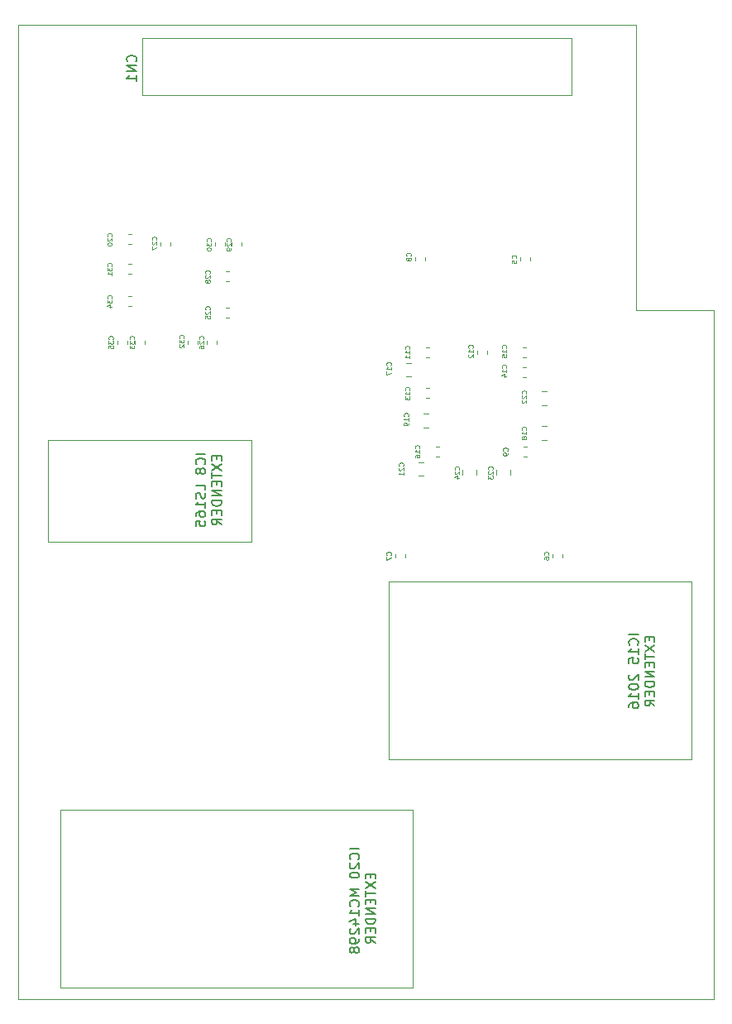
<source format=gbr>
G04 #@! TF.GenerationSoftware,KiCad,Pcbnew,(5.1.2-1)-1*
G04 #@! TF.CreationDate,2020-07-05T10:41:52+01:00*
G04 #@! TF.ProjectId,MZ80-80CLR,4d5a3830-2d38-4304-934c-522e6b696361,rev?*
G04 #@! TF.SameCoordinates,Original*
G04 #@! TF.FileFunction,Legend,Bot*
G04 #@! TF.FilePolarity,Positive*
%FSLAX46Y46*%
G04 Gerber Fmt 4.6, Leading zero omitted, Abs format (unit mm)*
G04 Created by KiCad (PCBNEW (5.1.2-1)-1) date 2020-07-05 10:41:52*
%MOMM*%
%LPD*%
G04 APERTURE LIST*
%ADD10C,0.120000*%
%ADD11C,0.150000*%
%ADD12C,0.100000*%
G04 APERTURE END LIST*
D10*
X70612000Y-132874000D02*
X70612000Y-33131000D01*
X141859000Y-132874000D02*
X70612000Y-132874000D01*
X141859000Y-62357000D02*
X141859000Y-132874000D01*
X133858000Y-62357000D02*
X141859000Y-62357000D01*
X133858000Y-33131000D02*
X133858000Y-62357000D01*
X70612000Y-33131000D02*
X133858000Y-33131000D01*
D11*
X105545380Y-117523285D02*
X104545380Y-117523285D01*
X105450142Y-118570904D02*
X105497761Y-118523285D01*
X105545380Y-118380428D01*
X105545380Y-118285190D01*
X105497761Y-118142333D01*
X105402523Y-118047095D01*
X105307285Y-117999476D01*
X105116809Y-117951857D01*
X104973952Y-117951857D01*
X104783476Y-117999476D01*
X104688238Y-118047095D01*
X104593000Y-118142333D01*
X104545380Y-118285190D01*
X104545380Y-118380428D01*
X104593000Y-118523285D01*
X104640619Y-118570904D01*
X104640619Y-118951857D02*
X104593000Y-118999476D01*
X104545380Y-119094714D01*
X104545380Y-119332809D01*
X104593000Y-119428047D01*
X104640619Y-119475666D01*
X104735857Y-119523285D01*
X104831095Y-119523285D01*
X104973952Y-119475666D01*
X105545380Y-118904238D01*
X105545380Y-119523285D01*
X104545380Y-120142333D02*
X104545380Y-120237571D01*
X104593000Y-120332809D01*
X104640619Y-120380428D01*
X104735857Y-120428047D01*
X104926333Y-120475666D01*
X105164428Y-120475666D01*
X105354904Y-120428047D01*
X105450142Y-120380428D01*
X105497761Y-120332809D01*
X105545380Y-120237571D01*
X105545380Y-120142333D01*
X105497761Y-120047095D01*
X105450142Y-119999476D01*
X105354904Y-119951857D01*
X105164428Y-119904238D01*
X104926333Y-119904238D01*
X104735857Y-119951857D01*
X104640619Y-119999476D01*
X104593000Y-120047095D01*
X104545380Y-120142333D01*
X105545380Y-121666142D02*
X104545380Y-121666142D01*
X105259666Y-121999476D01*
X104545380Y-122332809D01*
X105545380Y-122332809D01*
X105450142Y-123380428D02*
X105497761Y-123332809D01*
X105545380Y-123189952D01*
X105545380Y-123094714D01*
X105497761Y-122951857D01*
X105402523Y-122856619D01*
X105307285Y-122809000D01*
X105116809Y-122761380D01*
X104973952Y-122761380D01*
X104783476Y-122809000D01*
X104688238Y-122856619D01*
X104593000Y-122951857D01*
X104545380Y-123094714D01*
X104545380Y-123189952D01*
X104593000Y-123332809D01*
X104640619Y-123380428D01*
X105545380Y-124332809D02*
X105545380Y-123761380D01*
X105545380Y-124047095D02*
X104545380Y-124047095D01*
X104688238Y-123951857D01*
X104783476Y-123856619D01*
X104831095Y-123761380D01*
X104878714Y-125189952D02*
X105545380Y-125189952D01*
X104497761Y-124951857D02*
X105212047Y-124713761D01*
X105212047Y-125332809D01*
X104640619Y-125666142D02*
X104593000Y-125713761D01*
X104545380Y-125809000D01*
X104545380Y-126047095D01*
X104593000Y-126142333D01*
X104640619Y-126189952D01*
X104735857Y-126237571D01*
X104831095Y-126237571D01*
X104973952Y-126189952D01*
X105545380Y-125618523D01*
X105545380Y-126237571D01*
X105545380Y-126713761D02*
X105545380Y-126904238D01*
X105497761Y-126999476D01*
X105450142Y-127047095D01*
X105307285Y-127142333D01*
X105116809Y-127189952D01*
X104735857Y-127189952D01*
X104640619Y-127142333D01*
X104593000Y-127094714D01*
X104545380Y-126999476D01*
X104545380Y-126809000D01*
X104593000Y-126713761D01*
X104640619Y-126666142D01*
X104735857Y-126618523D01*
X104973952Y-126618523D01*
X105069190Y-126666142D01*
X105116809Y-126713761D01*
X105164428Y-126809000D01*
X105164428Y-126999476D01*
X105116809Y-127094714D01*
X105069190Y-127142333D01*
X104973952Y-127189952D01*
X104973952Y-127761380D02*
X104926333Y-127666142D01*
X104878714Y-127618523D01*
X104783476Y-127570904D01*
X104735857Y-127570904D01*
X104640619Y-127618523D01*
X104593000Y-127666142D01*
X104545380Y-127761380D01*
X104545380Y-127951857D01*
X104593000Y-128047095D01*
X104640619Y-128094714D01*
X104735857Y-128142333D01*
X104783476Y-128142333D01*
X104878714Y-128094714D01*
X104926333Y-128047095D01*
X104973952Y-127951857D01*
X104973952Y-127761380D01*
X105021571Y-127666142D01*
X105069190Y-127618523D01*
X105164428Y-127570904D01*
X105354904Y-127570904D01*
X105450142Y-127618523D01*
X105497761Y-127666142D01*
X105545380Y-127761380D01*
X105545380Y-127951857D01*
X105497761Y-128047095D01*
X105450142Y-128094714D01*
X105354904Y-128142333D01*
X105164428Y-128142333D01*
X105069190Y-128094714D01*
X105021571Y-128047095D01*
X104973952Y-127951857D01*
X106671571Y-120070904D02*
X106671571Y-120404238D01*
X107195380Y-120547095D02*
X107195380Y-120070904D01*
X106195380Y-120070904D01*
X106195380Y-120547095D01*
X106195380Y-120880428D02*
X107195380Y-121547095D01*
X106195380Y-121547095D02*
X107195380Y-120880428D01*
X106195380Y-121785190D02*
X106195380Y-122356619D01*
X107195380Y-122070904D02*
X106195380Y-122070904D01*
X106671571Y-122689952D02*
X106671571Y-123023285D01*
X107195380Y-123166142D02*
X107195380Y-122689952D01*
X106195380Y-122689952D01*
X106195380Y-123166142D01*
X107195380Y-123594714D02*
X106195380Y-123594714D01*
X107195380Y-124166142D01*
X106195380Y-124166142D01*
X107195380Y-124642333D02*
X106195380Y-124642333D01*
X106195380Y-124880428D01*
X106243000Y-125023285D01*
X106338238Y-125118523D01*
X106433476Y-125166142D01*
X106623952Y-125213761D01*
X106766809Y-125213761D01*
X106957285Y-125166142D01*
X107052523Y-125118523D01*
X107147761Y-125023285D01*
X107195380Y-124880428D01*
X107195380Y-124642333D01*
X106671571Y-125642333D02*
X106671571Y-125975666D01*
X107195380Y-126118523D02*
X107195380Y-125642333D01*
X106195380Y-125642333D01*
X106195380Y-126118523D01*
X107195380Y-127118523D02*
X106719190Y-126785190D01*
X107195380Y-126547095D02*
X106195380Y-126547095D01*
X106195380Y-126928047D01*
X106243000Y-127023285D01*
X106290619Y-127070904D01*
X106385857Y-127118523D01*
X106528714Y-127118523D01*
X106623952Y-127070904D01*
X106671571Y-127023285D01*
X106719190Y-126928047D01*
X106719190Y-126547095D01*
D10*
X127254000Y-40386000D02*
X127254000Y-34544000D01*
X83312000Y-40386000D02*
X127254000Y-40386000D01*
X83312000Y-34544000D02*
X83312000Y-40386000D01*
X127254000Y-34544000D02*
X83312000Y-34544000D01*
D11*
X82653142Y-36901523D02*
X82700761Y-36853904D01*
X82748380Y-36711047D01*
X82748380Y-36615809D01*
X82700761Y-36472952D01*
X82605523Y-36377714D01*
X82510285Y-36330095D01*
X82319809Y-36282476D01*
X82176952Y-36282476D01*
X81986476Y-36330095D01*
X81891238Y-36377714D01*
X81796000Y-36472952D01*
X81748380Y-36615809D01*
X81748380Y-36711047D01*
X81796000Y-36853904D01*
X81843619Y-36901523D01*
X82748380Y-37330095D02*
X81748380Y-37330095D01*
X82748380Y-37901523D01*
X81748380Y-37901523D01*
X82748380Y-38901523D02*
X82748380Y-38330095D01*
X82748380Y-38615809D02*
X81748380Y-38615809D01*
X81891238Y-38520571D01*
X81986476Y-38425333D01*
X82034095Y-38330095D01*
X89797380Y-77105333D02*
X88797380Y-77105333D01*
X89702142Y-78152952D02*
X89749761Y-78105333D01*
X89797380Y-77962476D01*
X89797380Y-77867238D01*
X89749761Y-77724380D01*
X89654523Y-77629142D01*
X89559285Y-77581523D01*
X89368809Y-77533904D01*
X89225952Y-77533904D01*
X89035476Y-77581523D01*
X88940238Y-77629142D01*
X88845000Y-77724380D01*
X88797380Y-77867238D01*
X88797380Y-77962476D01*
X88845000Y-78105333D01*
X88892619Y-78152952D01*
X89225952Y-78724380D02*
X89178333Y-78629142D01*
X89130714Y-78581523D01*
X89035476Y-78533904D01*
X88987857Y-78533904D01*
X88892619Y-78581523D01*
X88845000Y-78629142D01*
X88797380Y-78724380D01*
X88797380Y-78914857D01*
X88845000Y-79010095D01*
X88892619Y-79057714D01*
X88987857Y-79105333D01*
X89035476Y-79105333D01*
X89130714Y-79057714D01*
X89178333Y-79010095D01*
X89225952Y-78914857D01*
X89225952Y-78724380D01*
X89273571Y-78629142D01*
X89321190Y-78581523D01*
X89416428Y-78533904D01*
X89606904Y-78533904D01*
X89702142Y-78581523D01*
X89749761Y-78629142D01*
X89797380Y-78724380D01*
X89797380Y-78914857D01*
X89749761Y-79010095D01*
X89702142Y-79057714D01*
X89606904Y-79105333D01*
X89416428Y-79105333D01*
X89321190Y-79057714D01*
X89273571Y-79010095D01*
X89225952Y-78914857D01*
X89797380Y-80772000D02*
X89797380Y-80295809D01*
X88797380Y-80295809D01*
X89749761Y-81057714D02*
X89797380Y-81200571D01*
X89797380Y-81438666D01*
X89749761Y-81533904D01*
X89702142Y-81581523D01*
X89606904Y-81629142D01*
X89511666Y-81629142D01*
X89416428Y-81581523D01*
X89368809Y-81533904D01*
X89321190Y-81438666D01*
X89273571Y-81248190D01*
X89225952Y-81152952D01*
X89178333Y-81105333D01*
X89083095Y-81057714D01*
X88987857Y-81057714D01*
X88892619Y-81105333D01*
X88845000Y-81152952D01*
X88797380Y-81248190D01*
X88797380Y-81486285D01*
X88845000Y-81629142D01*
X89797380Y-82581523D02*
X89797380Y-82010095D01*
X89797380Y-82295809D02*
X88797380Y-82295809D01*
X88940238Y-82200571D01*
X89035476Y-82105333D01*
X89083095Y-82010095D01*
X88797380Y-83438666D02*
X88797380Y-83248190D01*
X88845000Y-83152952D01*
X88892619Y-83105333D01*
X89035476Y-83010095D01*
X89225952Y-82962476D01*
X89606904Y-82962476D01*
X89702142Y-83010095D01*
X89749761Y-83057714D01*
X89797380Y-83152952D01*
X89797380Y-83343428D01*
X89749761Y-83438666D01*
X89702142Y-83486285D01*
X89606904Y-83533904D01*
X89368809Y-83533904D01*
X89273571Y-83486285D01*
X89225952Y-83438666D01*
X89178333Y-83343428D01*
X89178333Y-83152952D01*
X89225952Y-83057714D01*
X89273571Y-83010095D01*
X89368809Y-82962476D01*
X88797380Y-84438666D02*
X88797380Y-83962476D01*
X89273571Y-83914857D01*
X89225952Y-83962476D01*
X89178333Y-84057714D01*
X89178333Y-84295809D01*
X89225952Y-84391047D01*
X89273571Y-84438666D01*
X89368809Y-84486285D01*
X89606904Y-84486285D01*
X89702142Y-84438666D01*
X89749761Y-84391047D01*
X89797380Y-84295809D01*
X89797380Y-84057714D01*
X89749761Y-83962476D01*
X89702142Y-83914857D01*
X90923571Y-77272000D02*
X90923571Y-77605333D01*
X91447380Y-77748190D02*
X91447380Y-77272000D01*
X90447380Y-77272000D01*
X90447380Y-77748190D01*
X90447380Y-78081523D02*
X91447380Y-78748190D01*
X90447380Y-78748190D02*
X91447380Y-78081523D01*
X90447380Y-78986285D02*
X90447380Y-79557714D01*
X91447380Y-79272000D02*
X90447380Y-79272000D01*
X90923571Y-79891047D02*
X90923571Y-80224380D01*
X91447380Y-80367238D02*
X91447380Y-79891047D01*
X90447380Y-79891047D01*
X90447380Y-80367238D01*
X91447380Y-80795809D02*
X90447380Y-80795809D01*
X91447380Y-81367238D01*
X90447380Y-81367238D01*
X91447380Y-81843428D02*
X90447380Y-81843428D01*
X90447380Y-82081523D01*
X90495000Y-82224380D01*
X90590238Y-82319619D01*
X90685476Y-82367238D01*
X90875952Y-82414857D01*
X91018809Y-82414857D01*
X91209285Y-82367238D01*
X91304523Y-82319619D01*
X91399761Y-82224380D01*
X91447380Y-82081523D01*
X91447380Y-81843428D01*
X90923571Y-82843428D02*
X90923571Y-83176761D01*
X91447380Y-83319619D02*
X91447380Y-82843428D01*
X90447380Y-82843428D01*
X90447380Y-83319619D01*
X91447380Y-84319619D02*
X90971190Y-83986285D01*
X91447380Y-83748190D02*
X90447380Y-83748190D01*
X90447380Y-84129142D01*
X90495000Y-84224380D01*
X90542619Y-84272000D01*
X90637857Y-84319619D01*
X90780714Y-84319619D01*
X90875952Y-84272000D01*
X90923571Y-84224380D01*
X90971190Y-84129142D01*
X90971190Y-83748190D01*
X134120380Y-95575904D02*
X133120380Y-95575904D01*
X134025142Y-96623523D02*
X134072761Y-96575904D01*
X134120380Y-96433047D01*
X134120380Y-96337809D01*
X134072761Y-96194952D01*
X133977523Y-96099714D01*
X133882285Y-96052095D01*
X133691809Y-96004476D01*
X133548952Y-96004476D01*
X133358476Y-96052095D01*
X133263238Y-96099714D01*
X133168000Y-96194952D01*
X133120380Y-96337809D01*
X133120380Y-96433047D01*
X133168000Y-96575904D01*
X133215619Y-96623523D01*
X134120380Y-97575904D02*
X134120380Y-97004476D01*
X134120380Y-97290190D02*
X133120380Y-97290190D01*
X133263238Y-97194952D01*
X133358476Y-97099714D01*
X133406095Y-97004476D01*
X133120380Y-98480666D02*
X133120380Y-98004476D01*
X133596571Y-97956857D01*
X133548952Y-98004476D01*
X133501333Y-98099714D01*
X133501333Y-98337809D01*
X133548952Y-98433047D01*
X133596571Y-98480666D01*
X133691809Y-98528285D01*
X133929904Y-98528285D01*
X134025142Y-98480666D01*
X134072761Y-98433047D01*
X134120380Y-98337809D01*
X134120380Y-98099714D01*
X134072761Y-98004476D01*
X134025142Y-97956857D01*
X133215619Y-99671142D02*
X133168000Y-99718761D01*
X133120380Y-99814000D01*
X133120380Y-100052095D01*
X133168000Y-100147333D01*
X133215619Y-100194952D01*
X133310857Y-100242571D01*
X133406095Y-100242571D01*
X133548952Y-100194952D01*
X134120380Y-99623523D01*
X134120380Y-100242571D01*
X133120380Y-100861619D02*
X133120380Y-100956857D01*
X133168000Y-101052095D01*
X133215619Y-101099714D01*
X133310857Y-101147333D01*
X133501333Y-101194952D01*
X133739428Y-101194952D01*
X133929904Y-101147333D01*
X134025142Y-101099714D01*
X134072761Y-101052095D01*
X134120380Y-100956857D01*
X134120380Y-100861619D01*
X134072761Y-100766380D01*
X134025142Y-100718761D01*
X133929904Y-100671142D01*
X133739428Y-100623523D01*
X133501333Y-100623523D01*
X133310857Y-100671142D01*
X133215619Y-100718761D01*
X133168000Y-100766380D01*
X133120380Y-100861619D01*
X134120380Y-102147333D02*
X134120380Y-101575904D01*
X134120380Y-101861619D02*
X133120380Y-101861619D01*
X133263238Y-101766380D01*
X133358476Y-101671142D01*
X133406095Y-101575904D01*
X133120380Y-103004476D02*
X133120380Y-102814000D01*
X133168000Y-102718761D01*
X133215619Y-102671142D01*
X133358476Y-102575904D01*
X133548952Y-102528285D01*
X133929904Y-102528285D01*
X134025142Y-102575904D01*
X134072761Y-102623523D01*
X134120380Y-102718761D01*
X134120380Y-102909238D01*
X134072761Y-103004476D01*
X134025142Y-103052095D01*
X133929904Y-103099714D01*
X133691809Y-103099714D01*
X133596571Y-103052095D01*
X133548952Y-103004476D01*
X133501333Y-102909238D01*
X133501333Y-102718761D01*
X133548952Y-102623523D01*
X133596571Y-102575904D01*
X133691809Y-102528285D01*
X135246571Y-95814000D02*
X135246571Y-96147333D01*
X135770380Y-96290190D02*
X135770380Y-95814000D01*
X134770380Y-95814000D01*
X134770380Y-96290190D01*
X134770380Y-96623523D02*
X135770380Y-97290190D01*
X134770380Y-97290190D02*
X135770380Y-96623523D01*
X134770380Y-97528285D02*
X134770380Y-98099714D01*
X135770380Y-97814000D02*
X134770380Y-97814000D01*
X135246571Y-98433047D02*
X135246571Y-98766380D01*
X135770380Y-98909238D02*
X135770380Y-98433047D01*
X134770380Y-98433047D01*
X134770380Y-98909238D01*
X135770380Y-99337809D02*
X134770380Y-99337809D01*
X135770380Y-99909238D01*
X134770380Y-99909238D01*
X135770380Y-100385428D02*
X134770380Y-100385428D01*
X134770380Y-100623523D01*
X134818000Y-100766380D01*
X134913238Y-100861619D01*
X135008476Y-100909238D01*
X135198952Y-100956857D01*
X135341809Y-100956857D01*
X135532285Y-100909238D01*
X135627523Y-100861619D01*
X135722761Y-100766380D01*
X135770380Y-100623523D01*
X135770380Y-100385428D01*
X135246571Y-101385428D02*
X135246571Y-101718761D01*
X135770380Y-101861619D02*
X135770380Y-101385428D01*
X134770380Y-101385428D01*
X134770380Y-101861619D01*
X135770380Y-102861619D02*
X135294190Y-102528285D01*
X135770380Y-102290190D02*
X134770380Y-102290190D01*
X134770380Y-102671142D01*
X134818000Y-102766380D01*
X134865619Y-102814000D01*
X134960857Y-102861619D01*
X135103714Y-102861619D01*
X135198952Y-102814000D01*
X135246571Y-102766380D01*
X135294190Y-102671142D01*
X135294190Y-102290190D01*
D10*
X94488000Y-86106000D02*
X94488000Y-75692000D01*
X73660000Y-86106000D02*
X94488000Y-86106000D01*
X73660000Y-75692000D02*
X73660000Y-86106000D01*
X94488000Y-75692000D02*
X73660000Y-75692000D01*
X139573000Y-108331000D02*
X139573000Y-90170000D01*
X108585000Y-108331000D02*
X139573000Y-108331000D01*
X108585000Y-90170000D02*
X108585000Y-108331000D01*
X139573000Y-90170000D02*
X108585000Y-90170000D01*
X110998000Y-131699000D02*
X110998000Y-113538000D01*
X74930000Y-131699000D02*
X110998000Y-131699000D01*
X74930000Y-113538000D02*
X74930000Y-131699000D01*
X110998000Y-113538000D02*
X74930000Y-113538000D01*
X116130000Y-79252578D02*
X116130000Y-78735422D01*
X117550000Y-79252578D02*
X117550000Y-78735422D01*
X119559000Y-79252578D02*
X119559000Y-78735422D01*
X120979000Y-79252578D02*
X120979000Y-78735422D01*
X124718578Y-72084000D02*
X124201422Y-72084000D01*
X124718578Y-70664000D02*
X124201422Y-70664000D01*
X111628422Y-77903000D02*
X112145578Y-77903000D01*
X111628422Y-79323000D02*
X112145578Y-79323000D01*
X124718578Y-75640000D02*
X124201422Y-75640000D01*
X124718578Y-74220000D02*
X124201422Y-74220000D01*
X112136422Y-72950000D02*
X112653578Y-72950000D01*
X112136422Y-74370000D02*
X112653578Y-74370000D01*
X110358422Y-67743000D02*
X110875578Y-67743000D01*
X110358422Y-69163000D02*
X110875578Y-69163000D01*
X80770000Y-65830267D02*
X80770000Y-65487733D01*
X81790000Y-65830267D02*
X81790000Y-65487733D01*
X81870733Y-60958000D02*
X82213267Y-60958000D01*
X81870733Y-61978000D02*
X82213267Y-61978000D01*
X82548000Y-65830267D02*
X82548000Y-65487733D01*
X83568000Y-65830267D02*
X83568000Y-65487733D01*
X88009000Y-65830267D02*
X88009000Y-65487733D01*
X89029000Y-65830267D02*
X89029000Y-65487733D01*
X81870733Y-57656000D02*
X82213267Y-57656000D01*
X81870733Y-58676000D02*
X82213267Y-58676000D01*
X91823000Y-55454733D02*
X91823000Y-55797267D01*
X90803000Y-55454733D02*
X90803000Y-55797267D01*
X93474000Y-55454733D02*
X93474000Y-55797267D01*
X92454000Y-55454733D02*
X92454000Y-55797267D01*
X92246267Y-59438000D02*
X91903733Y-59438000D01*
X92246267Y-58418000D02*
X91903733Y-58418000D01*
X86235000Y-55454733D02*
X86235000Y-55797267D01*
X85215000Y-55454733D02*
X85215000Y-55797267D01*
X89914000Y-65830267D02*
X89914000Y-65487733D01*
X90934000Y-65830267D02*
X90934000Y-65487733D01*
X92246267Y-63121000D02*
X91903733Y-63121000D01*
X92246267Y-62101000D02*
X91903733Y-62101000D01*
X81870733Y-54608000D02*
X82213267Y-54608000D01*
X81870733Y-55628000D02*
X82213267Y-55628000D01*
X113366733Y-76325000D02*
X113709267Y-76325000D01*
X113366733Y-77345000D02*
X113709267Y-77345000D01*
X122599267Y-67185000D02*
X122256733Y-67185000D01*
X122599267Y-66165000D02*
X122256733Y-66165000D01*
X122599267Y-69217000D02*
X122256733Y-69217000D01*
X122599267Y-68197000D02*
X122256733Y-68197000D01*
X112350733Y-70356000D02*
X112693267Y-70356000D01*
X112350733Y-71376000D02*
X112693267Y-71376000D01*
X117600000Y-66503733D02*
X117600000Y-66846267D01*
X118620000Y-66503733D02*
X118620000Y-66846267D01*
X112350733Y-66165000D02*
X112693267Y-66165000D01*
X112350733Y-67185000D02*
X112693267Y-67185000D01*
X122726267Y-77345000D02*
X122383733Y-77345000D01*
X122726267Y-76325000D02*
X122383733Y-76325000D01*
X111250000Y-57321267D02*
X111250000Y-56978733D01*
X112270000Y-57321267D02*
X112270000Y-56978733D01*
X110238000Y-87331733D02*
X110238000Y-87674267D01*
X109218000Y-87331733D02*
X109218000Y-87674267D01*
X126367000Y-87331733D02*
X126367000Y-87674267D01*
X125347000Y-87331733D02*
X125347000Y-87674267D01*
X122045000Y-57321267D02*
X122045000Y-56978733D01*
X123065000Y-57321267D02*
X123065000Y-56978733D01*
D12*
X115748571Y-78672571D02*
X115772380Y-78648761D01*
X115796190Y-78577333D01*
X115796190Y-78529714D01*
X115772380Y-78458285D01*
X115724761Y-78410666D01*
X115677142Y-78386857D01*
X115581904Y-78363047D01*
X115510476Y-78363047D01*
X115415238Y-78386857D01*
X115367619Y-78410666D01*
X115320000Y-78458285D01*
X115296190Y-78529714D01*
X115296190Y-78577333D01*
X115320000Y-78648761D01*
X115343809Y-78672571D01*
X115343809Y-78863047D02*
X115320000Y-78886857D01*
X115296190Y-78934476D01*
X115296190Y-79053523D01*
X115320000Y-79101142D01*
X115343809Y-79124952D01*
X115391428Y-79148761D01*
X115439047Y-79148761D01*
X115510476Y-79124952D01*
X115796190Y-78839238D01*
X115796190Y-79148761D01*
X115462857Y-79577333D02*
X115796190Y-79577333D01*
X115272380Y-79458285D02*
X115629523Y-79339238D01*
X115629523Y-79648761D01*
X119177571Y-78672571D02*
X119201380Y-78648761D01*
X119225190Y-78577333D01*
X119225190Y-78529714D01*
X119201380Y-78458285D01*
X119153761Y-78410666D01*
X119106142Y-78386857D01*
X119010904Y-78363047D01*
X118939476Y-78363047D01*
X118844238Y-78386857D01*
X118796619Y-78410666D01*
X118749000Y-78458285D01*
X118725190Y-78529714D01*
X118725190Y-78577333D01*
X118749000Y-78648761D01*
X118772809Y-78672571D01*
X118772809Y-78863047D02*
X118749000Y-78886857D01*
X118725190Y-78934476D01*
X118725190Y-79053523D01*
X118749000Y-79101142D01*
X118772809Y-79124952D01*
X118820428Y-79148761D01*
X118868047Y-79148761D01*
X118939476Y-79124952D01*
X119225190Y-78839238D01*
X119225190Y-79148761D01*
X118725190Y-79315428D02*
X118725190Y-79624952D01*
X118915666Y-79458285D01*
X118915666Y-79529714D01*
X118939476Y-79577333D01*
X118963285Y-79601142D01*
X119010904Y-79624952D01*
X119129952Y-79624952D01*
X119177571Y-79601142D01*
X119201380Y-79577333D01*
X119225190Y-79529714D01*
X119225190Y-79386857D01*
X119201380Y-79339238D01*
X119177571Y-79315428D01*
X122606571Y-70925571D02*
X122630380Y-70901761D01*
X122654190Y-70830333D01*
X122654190Y-70782714D01*
X122630380Y-70711285D01*
X122582761Y-70663666D01*
X122535142Y-70639857D01*
X122439904Y-70616047D01*
X122368476Y-70616047D01*
X122273238Y-70639857D01*
X122225619Y-70663666D01*
X122178000Y-70711285D01*
X122154190Y-70782714D01*
X122154190Y-70830333D01*
X122178000Y-70901761D01*
X122201809Y-70925571D01*
X122201809Y-71116047D02*
X122178000Y-71139857D01*
X122154190Y-71187476D01*
X122154190Y-71306523D01*
X122178000Y-71354142D01*
X122201809Y-71377952D01*
X122249428Y-71401761D01*
X122297047Y-71401761D01*
X122368476Y-71377952D01*
X122654190Y-71092238D01*
X122654190Y-71401761D01*
X122201809Y-71592238D02*
X122178000Y-71616047D01*
X122154190Y-71663666D01*
X122154190Y-71782714D01*
X122178000Y-71830333D01*
X122201809Y-71854142D01*
X122249428Y-71877952D01*
X122297047Y-71877952D01*
X122368476Y-71854142D01*
X122654190Y-71568428D01*
X122654190Y-71877952D01*
X110033571Y-78291571D02*
X110057380Y-78267761D01*
X110081190Y-78196333D01*
X110081190Y-78148714D01*
X110057380Y-78077285D01*
X110009761Y-78029666D01*
X109962142Y-78005857D01*
X109866904Y-77982047D01*
X109795476Y-77982047D01*
X109700238Y-78005857D01*
X109652619Y-78029666D01*
X109605000Y-78077285D01*
X109581190Y-78148714D01*
X109581190Y-78196333D01*
X109605000Y-78267761D01*
X109628809Y-78291571D01*
X109628809Y-78482047D02*
X109605000Y-78505857D01*
X109581190Y-78553476D01*
X109581190Y-78672523D01*
X109605000Y-78720142D01*
X109628809Y-78743952D01*
X109676428Y-78767761D01*
X109724047Y-78767761D01*
X109795476Y-78743952D01*
X110081190Y-78458238D01*
X110081190Y-78767761D01*
X110081190Y-79243952D02*
X110081190Y-78958238D01*
X110081190Y-79101095D02*
X109581190Y-79101095D01*
X109652619Y-79053476D01*
X109700238Y-79005857D01*
X109724047Y-78958238D01*
X122606571Y-74608571D02*
X122630380Y-74584761D01*
X122654190Y-74513333D01*
X122654190Y-74465714D01*
X122630380Y-74394285D01*
X122582761Y-74346666D01*
X122535142Y-74322857D01*
X122439904Y-74299047D01*
X122368476Y-74299047D01*
X122273238Y-74322857D01*
X122225619Y-74346666D01*
X122178000Y-74394285D01*
X122154190Y-74465714D01*
X122154190Y-74513333D01*
X122178000Y-74584761D01*
X122201809Y-74608571D01*
X122654190Y-75084761D02*
X122654190Y-74799047D01*
X122654190Y-74941904D02*
X122154190Y-74941904D01*
X122225619Y-74894285D01*
X122273238Y-74846666D01*
X122297047Y-74799047D01*
X122368476Y-75370476D02*
X122344666Y-75322857D01*
X122320857Y-75299047D01*
X122273238Y-75275238D01*
X122249428Y-75275238D01*
X122201809Y-75299047D01*
X122178000Y-75322857D01*
X122154190Y-75370476D01*
X122154190Y-75465714D01*
X122178000Y-75513333D01*
X122201809Y-75537142D01*
X122249428Y-75560952D01*
X122273238Y-75560952D01*
X122320857Y-75537142D01*
X122344666Y-75513333D01*
X122368476Y-75465714D01*
X122368476Y-75370476D01*
X122392285Y-75322857D01*
X122416095Y-75299047D01*
X122463714Y-75275238D01*
X122558952Y-75275238D01*
X122606571Y-75299047D01*
X122630380Y-75322857D01*
X122654190Y-75370476D01*
X122654190Y-75465714D01*
X122630380Y-75513333D01*
X122606571Y-75537142D01*
X122558952Y-75560952D01*
X122463714Y-75560952D01*
X122416095Y-75537142D01*
X122392285Y-75513333D01*
X122368476Y-75465714D01*
X110541571Y-73211571D02*
X110565380Y-73187761D01*
X110589190Y-73116333D01*
X110589190Y-73068714D01*
X110565380Y-72997285D01*
X110517761Y-72949666D01*
X110470142Y-72925857D01*
X110374904Y-72902047D01*
X110303476Y-72902047D01*
X110208238Y-72925857D01*
X110160619Y-72949666D01*
X110113000Y-72997285D01*
X110089190Y-73068714D01*
X110089190Y-73116333D01*
X110113000Y-73187761D01*
X110136809Y-73211571D01*
X110589190Y-73687761D02*
X110589190Y-73402047D01*
X110589190Y-73544904D02*
X110089190Y-73544904D01*
X110160619Y-73497285D01*
X110208238Y-73449666D01*
X110232047Y-73402047D01*
X110589190Y-73925857D02*
X110589190Y-74021095D01*
X110565380Y-74068714D01*
X110541571Y-74092523D01*
X110470142Y-74140142D01*
X110374904Y-74163952D01*
X110184428Y-74163952D01*
X110136809Y-74140142D01*
X110113000Y-74116333D01*
X110089190Y-74068714D01*
X110089190Y-73973476D01*
X110113000Y-73925857D01*
X110136809Y-73902047D01*
X110184428Y-73878238D01*
X110303476Y-73878238D01*
X110351095Y-73902047D01*
X110374904Y-73925857D01*
X110398714Y-73973476D01*
X110398714Y-74068714D01*
X110374904Y-74116333D01*
X110351095Y-74140142D01*
X110303476Y-74163952D01*
X108763571Y-68004571D02*
X108787380Y-67980761D01*
X108811190Y-67909333D01*
X108811190Y-67861714D01*
X108787380Y-67790285D01*
X108739761Y-67742666D01*
X108692142Y-67718857D01*
X108596904Y-67695047D01*
X108525476Y-67695047D01*
X108430238Y-67718857D01*
X108382619Y-67742666D01*
X108335000Y-67790285D01*
X108311190Y-67861714D01*
X108311190Y-67909333D01*
X108335000Y-67980761D01*
X108358809Y-68004571D01*
X108811190Y-68480761D02*
X108811190Y-68195047D01*
X108811190Y-68337904D02*
X108311190Y-68337904D01*
X108382619Y-68290285D01*
X108430238Y-68242666D01*
X108454047Y-68195047D01*
X108311190Y-68647428D02*
X108311190Y-68980761D01*
X108811190Y-68766476D01*
X80315571Y-65337571D02*
X80339380Y-65313761D01*
X80363190Y-65242333D01*
X80363190Y-65194714D01*
X80339380Y-65123285D01*
X80291761Y-65075666D01*
X80244142Y-65051857D01*
X80148904Y-65028047D01*
X80077476Y-65028047D01*
X79982238Y-65051857D01*
X79934619Y-65075666D01*
X79887000Y-65123285D01*
X79863190Y-65194714D01*
X79863190Y-65242333D01*
X79887000Y-65313761D01*
X79910809Y-65337571D01*
X79863190Y-65504238D02*
X79863190Y-65813761D01*
X80053666Y-65647095D01*
X80053666Y-65718523D01*
X80077476Y-65766142D01*
X80101285Y-65789952D01*
X80148904Y-65813761D01*
X80267952Y-65813761D01*
X80315571Y-65789952D01*
X80339380Y-65766142D01*
X80363190Y-65718523D01*
X80363190Y-65575666D01*
X80339380Y-65528047D01*
X80315571Y-65504238D01*
X79863190Y-66266142D02*
X79863190Y-66028047D01*
X80101285Y-66004238D01*
X80077476Y-66028047D01*
X80053666Y-66075666D01*
X80053666Y-66194714D01*
X80077476Y-66242333D01*
X80101285Y-66266142D01*
X80148904Y-66289952D01*
X80267952Y-66289952D01*
X80315571Y-66266142D01*
X80339380Y-66242333D01*
X80363190Y-66194714D01*
X80363190Y-66075666D01*
X80339380Y-66028047D01*
X80315571Y-66004238D01*
X80188571Y-61146571D02*
X80212380Y-61122761D01*
X80236190Y-61051333D01*
X80236190Y-61003714D01*
X80212380Y-60932285D01*
X80164761Y-60884666D01*
X80117142Y-60860857D01*
X80021904Y-60837047D01*
X79950476Y-60837047D01*
X79855238Y-60860857D01*
X79807619Y-60884666D01*
X79760000Y-60932285D01*
X79736190Y-61003714D01*
X79736190Y-61051333D01*
X79760000Y-61122761D01*
X79783809Y-61146571D01*
X79736190Y-61313238D02*
X79736190Y-61622761D01*
X79926666Y-61456095D01*
X79926666Y-61527523D01*
X79950476Y-61575142D01*
X79974285Y-61598952D01*
X80021904Y-61622761D01*
X80140952Y-61622761D01*
X80188571Y-61598952D01*
X80212380Y-61575142D01*
X80236190Y-61527523D01*
X80236190Y-61384666D01*
X80212380Y-61337047D01*
X80188571Y-61313238D01*
X79902857Y-62051333D02*
X80236190Y-62051333D01*
X79712380Y-61932285D02*
X80069523Y-61813238D01*
X80069523Y-62122761D01*
X82474571Y-65337571D02*
X82498380Y-65313761D01*
X82522190Y-65242333D01*
X82522190Y-65194714D01*
X82498380Y-65123285D01*
X82450761Y-65075666D01*
X82403142Y-65051857D01*
X82307904Y-65028047D01*
X82236476Y-65028047D01*
X82141238Y-65051857D01*
X82093619Y-65075666D01*
X82046000Y-65123285D01*
X82022190Y-65194714D01*
X82022190Y-65242333D01*
X82046000Y-65313761D01*
X82069809Y-65337571D01*
X82022190Y-65504238D02*
X82022190Y-65813761D01*
X82212666Y-65647095D01*
X82212666Y-65718523D01*
X82236476Y-65766142D01*
X82260285Y-65789952D01*
X82307904Y-65813761D01*
X82426952Y-65813761D01*
X82474571Y-65789952D01*
X82498380Y-65766142D01*
X82522190Y-65718523D01*
X82522190Y-65575666D01*
X82498380Y-65528047D01*
X82474571Y-65504238D01*
X82022190Y-65980428D02*
X82022190Y-66289952D01*
X82212666Y-66123285D01*
X82212666Y-66194714D01*
X82236476Y-66242333D01*
X82260285Y-66266142D01*
X82307904Y-66289952D01*
X82426952Y-66289952D01*
X82474571Y-66266142D01*
X82498380Y-66242333D01*
X82522190Y-66194714D01*
X82522190Y-66051857D01*
X82498380Y-66004238D01*
X82474571Y-65980428D01*
X87554571Y-65210571D02*
X87578380Y-65186761D01*
X87602190Y-65115333D01*
X87602190Y-65067714D01*
X87578380Y-64996285D01*
X87530761Y-64948666D01*
X87483142Y-64924857D01*
X87387904Y-64901047D01*
X87316476Y-64901047D01*
X87221238Y-64924857D01*
X87173619Y-64948666D01*
X87126000Y-64996285D01*
X87102190Y-65067714D01*
X87102190Y-65115333D01*
X87126000Y-65186761D01*
X87149809Y-65210571D01*
X87102190Y-65377238D02*
X87102190Y-65686761D01*
X87292666Y-65520095D01*
X87292666Y-65591523D01*
X87316476Y-65639142D01*
X87340285Y-65662952D01*
X87387904Y-65686761D01*
X87506952Y-65686761D01*
X87554571Y-65662952D01*
X87578380Y-65639142D01*
X87602190Y-65591523D01*
X87602190Y-65448666D01*
X87578380Y-65401047D01*
X87554571Y-65377238D01*
X87149809Y-65877238D02*
X87126000Y-65901047D01*
X87102190Y-65948666D01*
X87102190Y-66067714D01*
X87126000Y-66115333D01*
X87149809Y-66139142D01*
X87197428Y-66162952D01*
X87245047Y-66162952D01*
X87316476Y-66139142D01*
X87602190Y-65853428D01*
X87602190Y-66162952D01*
X80188571Y-57844571D02*
X80212380Y-57820761D01*
X80236190Y-57749333D01*
X80236190Y-57701714D01*
X80212380Y-57630285D01*
X80164761Y-57582666D01*
X80117142Y-57558857D01*
X80021904Y-57535047D01*
X79950476Y-57535047D01*
X79855238Y-57558857D01*
X79807619Y-57582666D01*
X79760000Y-57630285D01*
X79736190Y-57701714D01*
X79736190Y-57749333D01*
X79760000Y-57820761D01*
X79783809Y-57844571D01*
X79736190Y-58011238D02*
X79736190Y-58320761D01*
X79926666Y-58154095D01*
X79926666Y-58225523D01*
X79950476Y-58273142D01*
X79974285Y-58296952D01*
X80021904Y-58320761D01*
X80140952Y-58320761D01*
X80188571Y-58296952D01*
X80212380Y-58273142D01*
X80236190Y-58225523D01*
X80236190Y-58082666D01*
X80212380Y-58035047D01*
X80188571Y-58011238D01*
X80236190Y-58796952D02*
X80236190Y-58511238D01*
X80236190Y-58654095D02*
X79736190Y-58654095D01*
X79807619Y-58606476D01*
X79855238Y-58558857D01*
X79879047Y-58511238D01*
X90348571Y-55304571D02*
X90372380Y-55280761D01*
X90396190Y-55209333D01*
X90396190Y-55161714D01*
X90372380Y-55090285D01*
X90324761Y-55042666D01*
X90277142Y-55018857D01*
X90181904Y-54995047D01*
X90110476Y-54995047D01*
X90015238Y-55018857D01*
X89967619Y-55042666D01*
X89920000Y-55090285D01*
X89896190Y-55161714D01*
X89896190Y-55209333D01*
X89920000Y-55280761D01*
X89943809Y-55304571D01*
X89896190Y-55471238D02*
X89896190Y-55780761D01*
X90086666Y-55614095D01*
X90086666Y-55685523D01*
X90110476Y-55733142D01*
X90134285Y-55756952D01*
X90181904Y-55780761D01*
X90300952Y-55780761D01*
X90348571Y-55756952D01*
X90372380Y-55733142D01*
X90396190Y-55685523D01*
X90396190Y-55542666D01*
X90372380Y-55495047D01*
X90348571Y-55471238D01*
X89896190Y-56090285D02*
X89896190Y-56137904D01*
X89920000Y-56185523D01*
X89943809Y-56209333D01*
X89991428Y-56233142D01*
X90086666Y-56256952D01*
X90205714Y-56256952D01*
X90300952Y-56233142D01*
X90348571Y-56209333D01*
X90372380Y-56185523D01*
X90396190Y-56137904D01*
X90396190Y-56090285D01*
X90372380Y-56042666D01*
X90348571Y-56018857D01*
X90300952Y-55995047D01*
X90205714Y-55971238D01*
X90086666Y-55971238D01*
X89991428Y-55995047D01*
X89943809Y-56018857D01*
X89920000Y-56042666D01*
X89896190Y-56090285D01*
X92380571Y-55304571D02*
X92404380Y-55280761D01*
X92428190Y-55209333D01*
X92428190Y-55161714D01*
X92404380Y-55090285D01*
X92356761Y-55042666D01*
X92309142Y-55018857D01*
X92213904Y-54995047D01*
X92142476Y-54995047D01*
X92047238Y-55018857D01*
X91999619Y-55042666D01*
X91952000Y-55090285D01*
X91928190Y-55161714D01*
X91928190Y-55209333D01*
X91952000Y-55280761D01*
X91975809Y-55304571D01*
X91975809Y-55495047D02*
X91952000Y-55518857D01*
X91928190Y-55566476D01*
X91928190Y-55685523D01*
X91952000Y-55733142D01*
X91975809Y-55756952D01*
X92023428Y-55780761D01*
X92071047Y-55780761D01*
X92142476Y-55756952D01*
X92428190Y-55471238D01*
X92428190Y-55780761D01*
X92428190Y-56018857D02*
X92428190Y-56114095D01*
X92404380Y-56161714D01*
X92380571Y-56185523D01*
X92309142Y-56233142D01*
X92213904Y-56256952D01*
X92023428Y-56256952D01*
X91975809Y-56233142D01*
X91952000Y-56209333D01*
X91928190Y-56161714D01*
X91928190Y-56066476D01*
X91952000Y-56018857D01*
X91975809Y-55995047D01*
X92023428Y-55971238D01*
X92142476Y-55971238D01*
X92190095Y-55995047D01*
X92213904Y-56018857D01*
X92237714Y-56066476D01*
X92237714Y-56161714D01*
X92213904Y-56209333D01*
X92190095Y-56233142D01*
X92142476Y-56256952D01*
X90221571Y-58606571D02*
X90245380Y-58582761D01*
X90269190Y-58511333D01*
X90269190Y-58463714D01*
X90245380Y-58392285D01*
X90197761Y-58344666D01*
X90150142Y-58320857D01*
X90054904Y-58297047D01*
X89983476Y-58297047D01*
X89888238Y-58320857D01*
X89840619Y-58344666D01*
X89793000Y-58392285D01*
X89769190Y-58463714D01*
X89769190Y-58511333D01*
X89793000Y-58582761D01*
X89816809Y-58606571D01*
X89816809Y-58797047D02*
X89793000Y-58820857D01*
X89769190Y-58868476D01*
X89769190Y-58987523D01*
X89793000Y-59035142D01*
X89816809Y-59058952D01*
X89864428Y-59082761D01*
X89912047Y-59082761D01*
X89983476Y-59058952D01*
X90269190Y-58773238D01*
X90269190Y-59082761D01*
X89983476Y-59368476D02*
X89959666Y-59320857D01*
X89935857Y-59297047D01*
X89888238Y-59273238D01*
X89864428Y-59273238D01*
X89816809Y-59297047D01*
X89793000Y-59320857D01*
X89769190Y-59368476D01*
X89769190Y-59463714D01*
X89793000Y-59511333D01*
X89816809Y-59535142D01*
X89864428Y-59558952D01*
X89888238Y-59558952D01*
X89935857Y-59535142D01*
X89959666Y-59511333D01*
X89983476Y-59463714D01*
X89983476Y-59368476D01*
X90007285Y-59320857D01*
X90031095Y-59297047D01*
X90078714Y-59273238D01*
X90173952Y-59273238D01*
X90221571Y-59297047D01*
X90245380Y-59320857D01*
X90269190Y-59368476D01*
X90269190Y-59463714D01*
X90245380Y-59511333D01*
X90221571Y-59535142D01*
X90173952Y-59558952D01*
X90078714Y-59558952D01*
X90031095Y-59535142D01*
X90007285Y-59511333D01*
X89983476Y-59463714D01*
X84760571Y-55177571D02*
X84784380Y-55153761D01*
X84808190Y-55082333D01*
X84808190Y-55034714D01*
X84784380Y-54963285D01*
X84736761Y-54915666D01*
X84689142Y-54891857D01*
X84593904Y-54868047D01*
X84522476Y-54868047D01*
X84427238Y-54891857D01*
X84379619Y-54915666D01*
X84332000Y-54963285D01*
X84308190Y-55034714D01*
X84308190Y-55082333D01*
X84332000Y-55153761D01*
X84355809Y-55177571D01*
X84355809Y-55368047D02*
X84332000Y-55391857D01*
X84308190Y-55439476D01*
X84308190Y-55558523D01*
X84332000Y-55606142D01*
X84355809Y-55629952D01*
X84403428Y-55653761D01*
X84451047Y-55653761D01*
X84522476Y-55629952D01*
X84808190Y-55344238D01*
X84808190Y-55653761D01*
X84308190Y-55820428D02*
X84308190Y-56153761D01*
X84808190Y-55939476D01*
X89586571Y-65337571D02*
X89610380Y-65313761D01*
X89634190Y-65242333D01*
X89634190Y-65194714D01*
X89610380Y-65123285D01*
X89562761Y-65075666D01*
X89515142Y-65051857D01*
X89419904Y-65028047D01*
X89348476Y-65028047D01*
X89253238Y-65051857D01*
X89205619Y-65075666D01*
X89158000Y-65123285D01*
X89134190Y-65194714D01*
X89134190Y-65242333D01*
X89158000Y-65313761D01*
X89181809Y-65337571D01*
X89181809Y-65528047D02*
X89158000Y-65551857D01*
X89134190Y-65599476D01*
X89134190Y-65718523D01*
X89158000Y-65766142D01*
X89181809Y-65789952D01*
X89229428Y-65813761D01*
X89277047Y-65813761D01*
X89348476Y-65789952D01*
X89634190Y-65504238D01*
X89634190Y-65813761D01*
X89134190Y-66242333D02*
X89134190Y-66147095D01*
X89158000Y-66099476D01*
X89181809Y-66075666D01*
X89253238Y-66028047D01*
X89348476Y-66004238D01*
X89538952Y-66004238D01*
X89586571Y-66028047D01*
X89610380Y-66051857D01*
X89634190Y-66099476D01*
X89634190Y-66194714D01*
X89610380Y-66242333D01*
X89586571Y-66266142D01*
X89538952Y-66289952D01*
X89419904Y-66289952D01*
X89372285Y-66266142D01*
X89348476Y-66242333D01*
X89324666Y-66194714D01*
X89324666Y-66099476D01*
X89348476Y-66051857D01*
X89372285Y-66028047D01*
X89419904Y-66004238D01*
X90221571Y-62289571D02*
X90245380Y-62265761D01*
X90269190Y-62194333D01*
X90269190Y-62146714D01*
X90245380Y-62075285D01*
X90197761Y-62027666D01*
X90150142Y-62003857D01*
X90054904Y-61980047D01*
X89983476Y-61980047D01*
X89888238Y-62003857D01*
X89840619Y-62027666D01*
X89793000Y-62075285D01*
X89769190Y-62146714D01*
X89769190Y-62194333D01*
X89793000Y-62265761D01*
X89816809Y-62289571D01*
X89816809Y-62480047D02*
X89793000Y-62503857D01*
X89769190Y-62551476D01*
X89769190Y-62670523D01*
X89793000Y-62718142D01*
X89816809Y-62741952D01*
X89864428Y-62765761D01*
X89912047Y-62765761D01*
X89983476Y-62741952D01*
X90269190Y-62456238D01*
X90269190Y-62765761D01*
X89769190Y-63218142D02*
X89769190Y-62980047D01*
X90007285Y-62956238D01*
X89983476Y-62980047D01*
X89959666Y-63027666D01*
X89959666Y-63146714D01*
X89983476Y-63194333D01*
X90007285Y-63218142D01*
X90054904Y-63241952D01*
X90173952Y-63241952D01*
X90221571Y-63218142D01*
X90245380Y-63194333D01*
X90269190Y-63146714D01*
X90269190Y-63027666D01*
X90245380Y-62980047D01*
X90221571Y-62956238D01*
X80188571Y-54796571D02*
X80212380Y-54772761D01*
X80236190Y-54701333D01*
X80236190Y-54653714D01*
X80212380Y-54582285D01*
X80164761Y-54534666D01*
X80117142Y-54510857D01*
X80021904Y-54487047D01*
X79950476Y-54487047D01*
X79855238Y-54510857D01*
X79807619Y-54534666D01*
X79760000Y-54582285D01*
X79736190Y-54653714D01*
X79736190Y-54701333D01*
X79760000Y-54772761D01*
X79783809Y-54796571D01*
X79783809Y-54987047D02*
X79760000Y-55010857D01*
X79736190Y-55058476D01*
X79736190Y-55177523D01*
X79760000Y-55225142D01*
X79783809Y-55248952D01*
X79831428Y-55272761D01*
X79879047Y-55272761D01*
X79950476Y-55248952D01*
X80236190Y-54963238D01*
X80236190Y-55272761D01*
X79736190Y-55582285D02*
X79736190Y-55629904D01*
X79760000Y-55677523D01*
X79783809Y-55701333D01*
X79831428Y-55725142D01*
X79926666Y-55748952D01*
X80045714Y-55748952D01*
X80140952Y-55725142D01*
X80188571Y-55701333D01*
X80212380Y-55677523D01*
X80236190Y-55629904D01*
X80236190Y-55582285D01*
X80212380Y-55534666D01*
X80188571Y-55510857D01*
X80140952Y-55487047D01*
X80045714Y-55463238D01*
X79926666Y-55463238D01*
X79831428Y-55487047D01*
X79783809Y-55510857D01*
X79760000Y-55534666D01*
X79736190Y-55582285D01*
X111684571Y-76513571D02*
X111708380Y-76489761D01*
X111732190Y-76418333D01*
X111732190Y-76370714D01*
X111708380Y-76299285D01*
X111660761Y-76251666D01*
X111613142Y-76227857D01*
X111517904Y-76204047D01*
X111446476Y-76204047D01*
X111351238Y-76227857D01*
X111303619Y-76251666D01*
X111256000Y-76299285D01*
X111232190Y-76370714D01*
X111232190Y-76418333D01*
X111256000Y-76489761D01*
X111279809Y-76513571D01*
X111732190Y-76989761D02*
X111732190Y-76704047D01*
X111732190Y-76846904D02*
X111232190Y-76846904D01*
X111303619Y-76799285D01*
X111351238Y-76751666D01*
X111375047Y-76704047D01*
X111232190Y-77418333D02*
X111232190Y-77323095D01*
X111256000Y-77275476D01*
X111279809Y-77251666D01*
X111351238Y-77204047D01*
X111446476Y-77180238D01*
X111636952Y-77180238D01*
X111684571Y-77204047D01*
X111708380Y-77227857D01*
X111732190Y-77275476D01*
X111732190Y-77370714D01*
X111708380Y-77418333D01*
X111684571Y-77442142D01*
X111636952Y-77465952D01*
X111517904Y-77465952D01*
X111470285Y-77442142D01*
X111446476Y-77418333D01*
X111422666Y-77370714D01*
X111422666Y-77275476D01*
X111446476Y-77227857D01*
X111470285Y-77204047D01*
X111517904Y-77180238D01*
X120574571Y-66226571D02*
X120598380Y-66202761D01*
X120622190Y-66131333D01*
X120622190Y-66083714D01*
X120598380Y-66012285D01*
X120550761Y-65964666D01*
X120503142Y-65940857D01*
X120407904Y-65917047D01*
X120336476Y-65917047D01*
X120241238Y-65940857D01*
X120193619Y-65964666D01*
X120146000Y-66012285D01*
X120122190Y-66083714D01*
X120122190Y-66131333D01*
X120146000Y-66202761D01*
X120169809Y-66226571D01*
X120622190Y-66702761D02*
X120622190Y-66417047D01*
X120622190Y-66559904D02*
X120122190Y-66559904D01*
X120193619Y-66512285D01*
X120241238Y-66464666D01*
X120265047Y-66417047D01*
X120122190Y-67155142D02*
X120122190Y-66917047D01*
X120360285Y-66893238D01*
X120336476Y-66917047D01*
X120312666Y-66964666D01*
X120312666Y-67083714D01*
X120336476Y-67131333D01*
X120360285Y-67155142D01*
X120407904Y-67178952D01*
X120526952Y-67178952D01*
X120574571Y-67155142D01*
X120598380Y-67131333D01*
X120622190Y-67083714D01*
X120622190Y-66964666D01*
X120598380Y-66917047D01*
X120574571Y-66893238D01*
X120574571Y-68258571D02*
X120598380Y-68234761D01*
X120622190Y-68163333D01*
X120622190Y-68115714D01*
X120598380Y-68044285D01*
X120550761Y-67996666D01*
X120503142Y-67972857D01*
X120407904Y-67949047D01*
X120336476Y-67949047D01*
X120241238Y-67972857D01*
X120193619Y-67996666D01*
X120146000Y-68044285D01*
X120122190Y-68115714D01*
X120122190Y-68163333D01*
X120146000Y-68234761D01*
X120169809Y-68258571D01*
X120622190Y-68734761D02*
X120622190Y-68449047D01*
X120622190Y-68591904D02*
X120122190Y-68591904D01*
X120193619Y-68544285D01*
X120241238Y-68496666D01*
X120265047Y-68449047D01*
X120288857Y-69163333D02*
X120622190Y-69163333D01*
X120098380Y-69044285D02*
X120455523Y-68925238D01*
X120455523Y-69234761D01*
X110668571Y-70544571D02*
X110692380Y-70520761D01*
X110716190Y-70449333D01*
X110716190Y-70401714D01*
X110692380Y-70330285D01*
X110644761Y-70282666D01*
X110597142Y-70258857D01*
X110501904Y-70235047D01*
X110430476Y-70235047D01*
X110335238Y-70258857D01*
X110287619Y-70282666D01*
X110240000Y-70330285D01*
X110216190Y-70401714D01*
X110216190Y-70449333D01*
X110240000Y-70520761D01*
X110263809Y-70544571D01*
X110716190Y-71020761D02*
X110716190Y-70735047D01*
X110716190Y-70877904D02*
X110216190Y-70877904D01*
X110287619Y-70830285D01*
X110335238Y-70782666D01*
X110359047Y-70735047D01*
X110216190Y-71187428D02*
X110216190Y-71496952D01*
X110406666Y-71330285D01*
X110406666Y-71401714D01*
X110430476Y-71449333D01*
X110454285Y-71473142D01*
X110501904Y-71496952D01*
X110620952Y-71496952D01*
X110668571Y-71473142D01*
X110692380Y-71449333D01*
X110716190Y-71401714D01*
X110716190Y-71258857D01*
X110692380Y-71211238D01*
X110668571Y-71187428D01*
X117145571Y-66226571D02*
X117169380Y-66202761D01*
X117193190Y-66131333D01*
X117193190Y-66083714D01*
X117169380Y-66012285D01*
X117121761Y-65964666D01*
X117074142Y-65940857D01*
X116978904Y-65917047D01*
X116907476Y-65917047D01*
X116812238Y-65940857D01*
X116764619Y-65964666D01*
X116717000Y-66012285D01*
X116693190Y-66083714D01*
X116693190Y-66131333D01*
X116717000Y-66202761D01*
X116740809Y-66226571D01*
X117193190Y-66702761D02*
X117193190Y-66417047D01*
X117193190Y-66559904D02*
X116693190Y-66559904D01*
X116764619Y-66512285D01*
X116812238Y-66464666D01*
X116836047Y-66417047D01*
X116740809Y-66893238D02*
X116717000Y-66917047D01*
X116693190Y-66964666D01*
X116693190Y-67083714D01*
X116717000Y-67131333D01*
X116740809Y-67155142D01*
X116788428Y-67178952D01*
X116836047Y-67178952D01*
X116907476Y-67155142D01*
X117193190Y-66869428D01*
X117193190Y-67178952D01*
X110668571Y-66353571D02*
X110692380Y-66329761D01*
X110716190Y-66258333D01*
X110716190Y-66210714D01*
X110692380Y-66139285D01*
X110644761Y-66091666D01*
X110597142Y-66067857D01*
X110501904Y-66044047D01*
X110430476Y-66044047D01*
X110335238Y-66067857D01*
X110287619Y-66091666D01*
X110240000Y-66139285D01*
X110216190Y-66210714D01*
X110216190Y-66258333D01*
X110240000Y-66329761D01*
X110263809Y-66353571D01*
X110716190Y-66829761D02*
X110716190Y-66544047D01*
X110716190Y-66686904D02*
X110216190Y-66686904D01*
X110287619Y-66639285D01*
X110335238Y-66591666D01*
X110359047Y-66544047D01*
X110716190Y-67305952D02*
X110716190Y-67020238D01*
X110716190Y-67163095D02*
X110216190Y-67163095D01*
X110287619Y-67115476D01*
X110335238Y-67067857D01*
X110359047Y-67020238D01*
X120701571Y-76751666D02*
X120725380Y-76727857D01*
X120749190Y-76656428D01*
X120749190Y-76608809D01*
X120725380Y-76537380D01*
X120677761Y-76489761D01*
X120630142Y-76465952D01*
X120534904Y-76442142D01*
X120463476Y-76442142D01*
X120368238Y-76465952D01*
X120320619Y-76489761D01*
X120273000Y-76537380D01*
X120249190Y-76608809D01*
X120249190Y-76656428D01*
X120273000Y-76727857D01*
X120296809Y-76751666D01*
X120749190Y-76989761D02*
X120749190Y-77085000D01*
X120725380Y-77132619D01*
X120701571Y-77156428D01*
X120630142Y-77204047D01*
X120534904Y-77227857D01*
X120344428Y-77227857D01*
X120296809Y-77204047D01*
X120273000Y-77180238D01*
X120249190Y-77132619D01*
X120249190Y-77037380D01*
X120273000Y-76989761D01*
X120296809Y-76965952D01*
X120344428Y-76942142D01*
X120463476Y-76942142D01*
X120511095Y-76965952D01*
X120534904Y-76989761D01*
X120558714Y-77037380D01*
X120558714Y-77132619D01*
X120534904Y-77180238D01*
X120511095Y-77204047D01*
X120463476Y-77227857D01*
X110795571Y-56812666D02*
X110819380Y-56788857D01*
X110843190Y-56717428D01*
X110843190Y-56669809D01*
X110819380Y-56598380D01*
X110771761Y-56550761D01*
X110724142Y-56526952D01*
X110628904Y-56503142D01*
X110557476Y-56503142D01*
X110462238Y-56526952D01*
X110414619Y-56550761D01*
X110367000Y-56598380D01*
X110343190Y-56669809D01*
X110343190Y-56717428D01*
X110367000Y-56788857D01*
X110390809Y-56812666D01*
X110557476Y-57098380D02*
X110533666Y-57050761D01*
X110509857Y-57026952D01*
X110462238Y-57003142D01*
X110438428Y-57003142D01*
X110390809Y-57026952D01*
X110367000Y-57050761D01*
X110343190Y-57098380D01*
X110343190Y-57193619D01*
X110367000Y-57241238D01*
X110390809Y-57265047D01*
X110438428Y-57288857D01*
X110462238Y-57288857D01*
X110509857Y-57265047D01*
X110533666Y-57241238D01*
X110557476Y-57193619D01*
X110557476Y-57098380D01*
X110581285Y-57050761D01*
X110605095Y-57026952D01*
X110652714Y-57003142D01*
X110747952Y-57003142D01*
X110795571Y-57026952D01*
X110819380Y-57050761D01*
X110843190Y-57098380D01*
X110843190Y-57193619D01*
X110819380Y-57241238D01*
X110795571Y-57265047D01*
X110747952Y-57288857D01*
X110652714Y-57288857D01*
X110605095Y-57265047D01*
X110581285Y-57241238D01*
X110557476Y-57193619D01*
X108763571Y-87419666D02*
X108787380Y-87395857D01*
X108811190Y-87324428D01*
X108811190Y-87276809D01*
X108787380Y-87205380D01*
X108739761Y-87157761D01*
X108692142Y-87133952D01*
X108596904Y-87110142D01*
X108525476Y-87110142D01*
X108430238Y-87133952D01*
X108382619Y-87157761D01*
X108335000Y-87205380D01*
X108311190Y-87276809D01*
X108311190Y-87324428D01*
X108335000Y-87395857D01*
X108358809Y-87419666D01*
X108311190Y-87586333D02*
X108311190Y-87919666D01*
X108811190Y-87705380D01*
X124892571Y-87419666D02*
X124916380Y-87395857D01*
X124940190Y-87324428D01*
X124940190Y-87276809D01*
X124916380Y-87205380D01*
X124868761Y-87157761D01*
X124821142Y-87133952D01*
X124725904Y-87110142D01*
X124654476Y-87110142D01*
X124559238Y-87133952D01*
X124511619Y-87157761D01*
X124464000Y-87205380D01*
X124440190Y-87276809D01*
X124440190Y-87324428D01*
X124464000Y-87395857D01*
X124487809Y-87419666D01*
X124440190Y-87848238D02*
X124440190Y-87753000D01*
X124464000Y-87705380D01*
X124487809Y-87681571D01*
X124559238Y-87633952D01*
X124654476Y-87610142D01*
X124844952Y-87610142D01*
X124892571Y-87633952D01*
X124916380Y-87657761D01*
X124940190Y-87705380D01*
X124940190Y-87800619D01*
X124916380Y-87848238D01*
X124892571Y-87872047D01*
X124844952Y-87895857D01*
X124725904Y-87895857D01*
X124678285Y-87872047D01*
X124654476Y-87848238D01*
X124630666Y-87800619D01*
X124630666Y-87705380D01*
X124654476Y-87657761D01*
X124678285Y-87633952D01*
X124725904Y-87610142D01*
X121590571Y-57066666D02*
X121614380Y-57042857D01*
X121638190Y-56971428D01*
X121638190Y-56923809D01*
X121614380Y-56852380D01*
X121566761Y-56804761D01*
X121519142Y-56780952D01*
X121423904Y-56757142D01*
X121352476Y-56757142D01*
X121257238Y-56780952D01*
X121209619Y-56804761D01*
X121162000Y-56852380D01*
X121138190Y-56923809D01*
X121138190Y-56971428D01*
X121162000Y-57042857D01*
X121185809Y-57066666D01*
X121138190Y-57519047D02*
X121138190Y-57280952D01*
X121376285Y-57257142D01*
X121352476Y-57280952D01*
X121328666Y-57328571D01*
X121328666Y-57447619D01*
X121352476Y-57495238D01*
X121376285Y-57519047D01*
X121423904Y-57542857D01*
X121542952Y-57542857D01*
X121590571Y-57519047D01*
X121614380Y-57495238D01*
X121638190Y-57447619D01*
X121638190Y-57328571D01*
X121614380Y-57280952D01*
X121590571Y-57257142D01*
M02*

</source>
